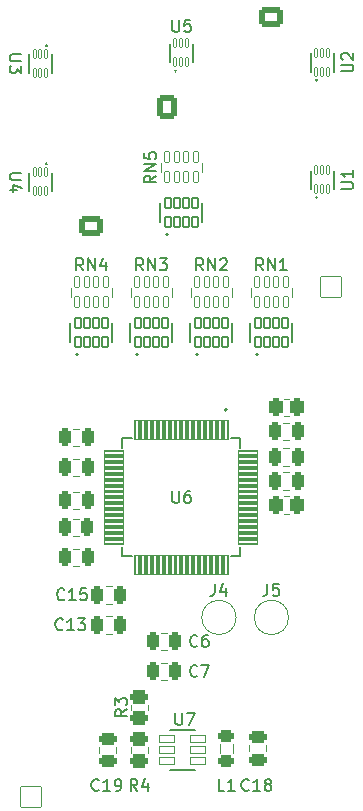
<source format=gbr>
G04 #@! TF.GenerationSoftware,KiCad,Pcbnew,8.0.8*
G04 #@! TF.CreationDate,2025-03-16T16:25:50-04:00*
G04 #@! TF.ProjectId,Combined_PCB,436f6d62-696e-4656-945f-5043422e6b69,1*
G04 #@! TF.SameCoordinates,Original*
G04 #@! TF.FileFunction,Legend,Top*
G04 #@! TF.FilePolarity,Positive*
%FSLAX46Y46*%
G04 Gerber Fmt 4.6, Leading zero omitted, Abs format (unit mm)*
G04 Created by KiCad (PCBNEW 8.0.8) date 2025-03-16 16:25:50*
%MOMM*%
%LPD*%
G01*
G04 APERTURE LIST*
G04 Aperture macros list*
%AMRoundRect*
0 Rectangle with rounded corners*
0 $1 Rounding radius*
0 $2 $3 $4 $5 $6 $7 $8 $9 X,Y pos of 4 corners*
0 Add a 4 corners polygon primitive as box body*
4,1,4,$2,$3,$4,$5,$6,$7,$8,$9,$2,$3,0*
0 Add four circle primitives for the rounded corners*
1,1,$1+$1,$2,$3*
1,1,$1+$1,$4,$5*
1,1,$1+$1,$6,$7*
1,1,$1+$1,$8,$9*
0 Add four rect primitives between the rounded corners*
20,1,$1+$1,$2,$3,$4,$5,0*
20,1,$1+$1,$4,$5,$6,$7,0*
20,1,$1+$1,$6,$7,$8,$9,0*
20,1,$1+$1,$8,$9,$2,$3,0*%
G04 Aperture macros list end*
%ADD10C,0.150000*%
%ADD11C,0.152400*%
%ADD12C,0.120000*%
%ADD13C,0.127000*%
%ADD14C,0.200000*%
%ADD15RoundRect,0.038000X0.099600X-0.352400X0.099600X0.352400X-0.099600X0.352400X-0.099600X-0.352400X0*%
%ADD16RoundRect,0.269000X0.494000X-0.269000X0.494000X0.269000X-0.494000X0.269000X-0.494000X-0.269000X0*%
%ADD17RoundRect,0.102000X0.230000X-0.445000X0.230000X0.445000X-0.230000X0.445000X-0.230000X-0.445000X0*%
%ADD18RoundRect,0.269000X0.269000X0.494000X-0.269000X0.494000X-0.269000X-0.494000X0.269000X-0.494000X0*%
%ADD19RoundRect,0.237750X0.400250X-0.237750X0.400250X0.237750X-0.400250X0.237750X-0.400250X-0.237750X0*%
%ADD20RoundRect,0.038000X0.200000X-0.450000X0.200000X0.450000X-0.200000X0.450000X-0.200000X-0.450000X0*%
%ADD21RoundRect,0.038000X-0.099600X0.352400X-0.099600X-0.352400X0.099600X-0.352400X0.099600X0.352400X0*%
%ADD22C,2.576000*%
%ADD23RoundRect,0.268536X-0.281964X-0.469464X0.281964X-0.469464X0.281964X0.469464X-0.281964X0.469464X0*%
%ADD24RoundRect,0.268536X0.469464X-0.281964X0.469464X0.281964X-0.469464X0.281964X-0.469464X-0.281964X0*%
%ADD25RoundRect,0.269000X-0.269000X-0.494000X0.269000X-0.494000X0.269000X0.494000X-0.269000X0.494000X0*%
%ADD26RoundRect,0.268536X-0.469464X0.281964X-0.469464X-0.281964X0.469464X-0.281964X0.469464X0.281964X0*%
%ADD27RoundRect,0.060500X-0.181500X0.821500X-0.181500X-0.821500X0.181500X-0.821500X0.181500X0.821500X0*%
%ADD28RoundRect,0.060500X-0.821500X0.181500X-0.821500X-0.181500X0.821500X-0.181500X0.821500X0.181500X0*%
%ADD29RoundRect,0.038000X0.660400X0.279400X-0.660400X0.279400X-0.660400X-0.279400X0.660400X-0.279400X0*%
%ADD30RoundRect,0.038000X-0.850000X-0.850000X0.850000X-0.850000X0.850000X0.850000X-0.850000X0.850000X0*%
%ADD31O,1.776000X1.776000*%
%ADD32RoundRect,0.261177X-0.626823X-0.776823X0.626823X-0.776823X0.626823X0.776823X-0.626823X0.776823X0*%
%ADD33O,1.776000X2.076000*%
%ADD34RoundRect,0.038000X0.850000X0.850000X-0.850000X0.850000X-0.850000X-0.850000X0.850000X-0.850000X0*%
%ADD35RoundRect,0.261177X-0.751823X0.626823X-0.751823X-0.626823X0.751823X-0.626823X0.751823X0.626823X0*%
%ADD36O,2.026000X1.776000*%
%ADD37RoundRect,0.261177X0.751823X-0.626823X0.751823X0.626823X-0.751823X0.626823X-0.751823X-0.626823X0*%
G04 APERTURE END LIST*
D10*
X132931819Y-29971904D02*
X133741342Y-29971904D01*
X133741342Y-29971904D02*
X133836580Y-29924285D01*
X133836580Y-29924285D02*
X133884200Y-29876666D01*
X133884200Y-29876666D02*
X133931819Y-29781428D01*
X133931819Y-29781428D02*
X133931819Y-29590952D01*
X133931819Y-29590952D02*
X133884200Y-29495714D01*
X133884200Y-29495714D02*
X133836580Y-29448095D01*
X133836580Y-29448095D02*
X133741342Y-29400476D01*
X133741342Y-29400476D02*
X132931819Y-29400476D01*
X133027057Y-28971904D02*
X132979438Y-28924285D01*
X132979438Y-28924285D02*
X132931819Y-28829047D01*
X132931819Y-28829047D02*
X132931819Y-28590952D01*
X132931819Y-28590952D02*
X132979438Y-28495714D01*
X132979438Y-28495714D02*
X133027057Y-28448095D01*
X133027057Y-28448095D02*
X133122295Y-28400476D01*
X133122295Y-28400476D02*
X133217533Y-28400476D01*
X133217533Y-28400476D02*
X133360390Y-28448095D01*
X133360390Y-28448095D02*
X133931819Y-29019523D01*
X133931819Y-29019523D02*
X133931819Y-28400476D01*
X112387142Y-90783580D02*
X112339523Y-90831200D01*
X112339523Y-90831200D02*
X112196666Y-90878819D01*
X112196666Y-90878819D02*
X112101428Y-90878819D01*
X112101428Y-90878819D02*
X111958571Y-90831200D01*
X111958571Y-90831200D02*
X111863333Y-90735961D01*
X111863333Y-90735961D02*
X111815714Y-90640723D01*
X111815714Y-90640723D02*
X111768095Y-90450247D01*
X111768095Y-90450247D02*
X111768095Y-90307390D01*
X111768095Y-90307390D02*
X111815714Y-90116914D01*
X111815714Y-90116914D02*
X111863333Y-90021676D01*
X111863333Y-90021676D02*
X111958571Y-89926438D01*
X111958571Y-89926438D02*
X112101428Y-89878819D01*
X112101428Y-89878819D02*
X112196666Y-89878819D01*
X112196666Y-89878819D02*
X112339523Y-89926438D01*
X112339523Y-89926438D02*
X112387142Y-89974057D01*
X113339523Y-90878819D02*
X112768095Y-90878819D01*
X113053809Y-90878819D02*
X113053809Y-89878819D01*
X113053809Y-89878819D02*
X112958571Y-90021676D01*
X112958571Y-90021676D02*
X112863333Y-90116914D01*
X112863333Y-90116914D02*
X112768095Y-90164533D01*
X113815714Y-90878819D02*
X114006190Y-90878819D01*
X114006190Y-90878819D02*
X114101428Y-90831200D01*
X114101428Y-90831200D02*
X114149047Y-90783580D01*
X114149047Y-90783580D02*
X114244285Y-90640723D01*
X114244285Y-90640723D02*
X114291904Y-90450247D01*
X114291904Y-90450247D02*
X114291904Y-90069295D01*
X114291904Y-90069295D02*
X114244285Y-89974057D01*
X114244285Y-89974057D02*
X114196666Y-89926438D01*
X114196666Y-89926438D02*
X114101428Y-89878819D01*
X114101428Y-89878819D02*
X113910952Y-89878819D01*
X113910952Y-89878819D02*
X113815714Y-89926438D01*
X113815714Y-89926438D02*
X113768095Y-89974057D01*
X113768095Y-89974057D02*
X113720476Y-90069295D01*
X113720476Y-90069295D02*
X113720476Y-90307390D01*
X113720476Y-90307390D02*
X113768095Y-90402628D01*
X113768095Y-90402628D02*
X113815714Y-90450247D01*
X113815714Y-90450247D02*
X113910952Y-90497866D01*
X113910952Y-90497866D02*
X114101428Y-90497866D01*
X114101428Y-90497866D02*
X114196666Y-90450247D01*
X114196666Y-90450247D02*
X114244285Y-90402628D01*
X114244285Y-90402628D02*
X114291904Y-90307390D01*
X123023333Y-90878819D02*
X122547143Y-90878819D01*
X122547143Y-90878819D02*
X122547143Y-89878819D01*
X123880476Y-90878819D02*
X123309048Y-90878819D01*
X123594762Y-90878819D02*
X123594762Y-89878819D01*
X123594762Y-89878819D02*
X123499524Y-90021676D01*
X123499524Y-90021676D02*
X123404286Y-90116914D01*
X123404286Y-90116914D02*
X123309048Y-90164533D01*
X121229523Y-46809819D02*
X120896190Y-46333628D01*
X120658095Y-46809819D02*
X120658095Y-45809819D01*
X120658095Y-45809819D02*
X121039047Y-45809819D01*
X121039047Y-45809819D02*
X121134285Y-45857438D01*
X121134285Y-45857438D02*
X121181904Y-45905057D01*
X121181904Y-45905057D02*
X121229523Y-46000295D01*
X121229523Y-46000295D02*
X121229523Y-46143152D01*
X121229523Y-46143152D02*
X121181904Y-46238390D01*
X121181904Y-46238390D02*
X121134285Y-46286009D01*
X121134285Y-46286009D02*
X121039047Y-46333628D01*
X121039047Y-46333628D02*
X120658095Y-46333628D01*
X121658095Y-46809819D02*
X121658095Y-45809819D01*
X121658095Y-45809819D02*
X122229523Y-46809819D01*
X122229523Y-46809819D02*
X122229523Y-45809819D01*
X122658095Y-45905057D02*
X122705714Y-45857438D01*
X122705714Y-45857438D02*
X122800952Y-45809819D01*
X122800952Y-45809819D02*
X123039047Y-45809819D01*
X123039047Y-45809819D02*
X123134285Y-45857438D01*
X123134285Y-45857438D02*
X123181904Y-45905057D01*
X123181904Y-45905057D02*
X123229523Y-46000295D01*
X123229523Y-46000295D02*
X123229523Y-46095533D01*
X123229523Y-46095533D02*
X123181904Y-46238390D01*
X123181904Y-46238390D02*
X122610476Y-46809819D01*
X122610476Y-46809819D02*
X123229523Y-46809819D01*
X105828180Y-38567694D02*
X105018657Y-38567694D01*
X105018657Y-38567694D02*
X104923419Y-38615313D01*
X104923419Y-38615313D02*
X104875800Y-38662932D01*
X104875800Y-38662932D02*
X104828180Y-38758170D01*
X104828180Y-38758170D02*
X104828180Y-38948646D01*
X104828180Y-38948646D02*
X104875800Y-39043884D01*
X104875800Y-39043884D02*
X104923419Y-39091503D01*
X104923419Y-39091503D02*
X105018657Y-39139122D01*
X105018657Y-39139122D02*
X105828180Y-39139122D01*
X105494847Y-40043884D02*
X104828180Y-40043884D01*
X105875800Y-39805789D02*
X105161514Y-39567694D01*
X105161514Y-39567694D02*
X105161514Y-40186741D01*
X118618095Y-25616819D02*
X118618095Y-26426342D01*
X118618095Y-26426342D02*
X118665714Y-26521580D01*
X118665714Y-26521580D02*
X118713333Y-26569200D01*
X118713333Y-26569200D02*
X118808571Y-26616819D01*
X118808571Y-26616819D02*
X118999047Y-26616819D01*
X118999047Y-26616819D02*
X119094285Y-26569200D01*
X119094285Y-26569200D02*
X119141904Y-26521580D01*
X119141904Y-26521580D02*
X119189523Y-26426342D01*
X119189523Y-26426342D02*
X119189523Y-25616819D01*
X120141904Y-25616819D02*
X119665714Y-25616819D01*
X119665714Y-25616819D02*
X119618095Y-26093009D01*
X119618095Y-26093009D02*
X119665714Y-26045390D01*
X119665714Y-26045390D02*
X119760952Y-25997771D01*
X119760952Y-25997771D02*
X119999047Y-25997771D01*
X119999047Y-25997771D02*
X120094285Y-26045390D01*
X120094285Y-26045390D02*
X120141904Y-26093009D01*
X120141904Y-26093009D02*
X120189523Y-26188247D01*
X120189523Y-26188247D02*
X120189523Y-26426342D01*
X120189523Y-26426342D02*
X120141904Y-26521580D01*
X120141904Y-26521580D02*
X120094285Y-26569200D01*
X120094285Y-26569200D02*
X119999047Y-26616819D01*
X119999047Y-26616819D02*
X119760952Y-26616819D01*
X119760952Y-26616819D02*
X119665714Y-26569200D01*
X119665714Y-26569200D02*
X119618095Y-26521580D01*
X125087142Y-90783580D02*
X125039523Y-90831200D01*
X125039523Y-90831200D02*
X124896666Y-90878819D01*
X124896666Y-90878819D02*
X124801428Y-90878819D01*
X124801428Y-90878819D02*
X124658571Y-90831200D01*
X124658571Y-90831200D02*
X124563333Y-90735961D01*
X124563333Y-90735961D02*
X124515714Y-90640723D01*
X124515714Y-90640723D02*
X124468095Y-90450247D01*
X124468095Y-90450247D02*
X124468095Y-90307390D01*
X124468095Y-90307390D02*
X124515714Y-90116914D01*
X124515714Y-90116914D02*
X124563333Y-90021676D01*
X124563333Y-90021676D02*
X124658571Y-89926438D01*
X124658571Y-89926438D02*
X124801428Y-89878819D01*
X124801428Y-89878819D02*
X124896666Y-89878819D01*
X124896666Y-89878819D02*
X125039523Y-89926438D01*
X125039523Y-89926438D02*
X125087142Y-89974057D01*
X126039523Y-90878819D02*
X125468095Y-90878819D01*
X125753809Y-90878819D02*
X125753809Y-89878819D01*
X125753809Y-89878819D02*
X125658571Y-90021676D01*
X125658571Y-90021676D02*
X125563333Y-90116914D01*
X125563333Y-90116914D02*
X125468095Y-90164533D01*
X126610952Y-90307390D02*
X126515714Y-90259771D01*
X126515714Y-90259771D02*
X126468095Y-90212152D01*
X126468095Y-90212152D02*
X126420476Y-90116914D01*
X126420476Y-90116914D02*
X126420476Y-90069295D01*
X126420476Y-90069295D02*
X126468095Y-89974057D01*
X126468095Y-89974057D02*
X126515714Y-89926438D01*
X126515714Y-89926438D02*
X126610952Y-89878819D01*
X126610952Y-89878819D02*
X126801428Y-89878819D01*
X126801428Y-89878819D02*
X126896666Y-89926438D01*
X126896666Y-89926438D02*
X126944285Y-89974057D01*
X126944285Y-89974057D02*
X126991904Y-90069295D01*
X126991904Y-90069295D02*
X126991904Y-90116914D01*
X126991904Y-90116914D02*
X126944285Y-90212152D01*
X126944285Y-90212152D02*
X126896666Y-90259771D01*
X126896666Y-90259771D02*
X126801428Y-90307390D01*
X126801428Y-90307390D02*
X126610952Y-90307390D01*
X126610952Y-90307390D02*
X126515714Y-90355009D01*
X126515714Y-90355009D02*
X126468095Y-90402628D01*
X126468095Y-90402628D02*
X126420476Y-90497866D01*
X126420476Y-90497866D02*
X126420476Y-90688342D01*
X126420476Y-90688342D02*
X126468095Y-90783580D01*
X126468095Y-90783580D02*
X126515714Y-90831200D01*
X126515714Y-90831200D02*
X126610952Y-90878819D01*
X126610952Y-90878819D02*
X126801428Y-90878819D01*
X126801428Y-90878819D02*
X126896666Y-90831200D01*
X126896666Y-90831200D02*
X126944285Y-90783580D01*
X126944285Y-90783580D02*
X126991904Y-90688342D01*
X126991904Y-90688342D02*
X126991904Y-90497866D01*
X126991904Y-90497866D02*
X126944285Y-90402628D01*
X126944285Y-90402628D02*
X126896666Y-90355009D01*
X126896666Y-90355009D02*
X126801428Y-90307390D01*
X122221666Y-73368819D02*
X122221666Y-74083104D01*
X122221666Y-74083104D02*
X122174047Y-74225961D01*
X122174047Y-74225961D02*
X122078809Y-74321200D01*
X122078809Y-74321200D02*
X121935952Y-74368819D01*
X121935952Y-74368819D02*
X121840714Y-74368819D01*
X123126428Y-73702152D02*
X123126428Y-74368819D01*
X122888333Y-73321200D02*
X122650238Y-74035485D01*
X122650238Y-74035485D02*
X123269285Y-74035485D01*
X114754819Y-83986666D02*
X114278628Y-84319999D01*
X114754819Y-84558094D02*
X113754819Y-84558094D01*
X113754819Y-84558094D02*
X113754819Y-84177142D01*
X113754819Y-84177142D02*
X113802438Y-84081904D01*
X113802438Y-84081904D02*
X113850057Y-84034285D01*
X113850057Y-84034285D02*
X113945295Y-83986666D01*
X113945295Y-83986666D02*
X114088152Y-83986666D01*
X114088152Y-83986666D02*
X114183390Y-84034285D01*
X114183390Y-84034285D02*
X114231009Y-84081904D01*
X114231009Y-84081904D02*
X114278628Y-84177142D01*
X114278628Y-84177142D02*
X114278628Y-84558094D01*
X113754819Y-83653332D02*
X113754819Y-83034285D01*
X113754819Y-83034285D02*
X114135771Y-83367618D01*
X114135771Y-83367618D02*
X114135771Y-83224761D01*
X114135771Y-83224761D02*
X114183390Y-83129523D01*
X114183390Y-83129523D02*
X114231009Y-83081904D01*
X114231009Y-83081904D02*
X114326247Y-83034285D01*
X114326247Y-83034285D02*
X114564342Y-83034285D01*
X114564342Y-83034285D02*
X114659580Y-83081904D01*
X114659580Y-83081904D02*
X114707200Y-83129523D01*
X114707200Y-83129523D02*
X114754819Y-83224761D01*
X114754819Y-83224761D02*
X114754819Y-83510475D01*
X114754819Y-83510475D02*
X114707200Y-83605713D01*
X114707200Y-83605713D02*
X114659580Y-83653332D01*
X111069523Y-46809819D02*
X110736190Y-46333628D01*
X110498095Y-46809819D02*
X110498095Y-45809819D01*
X110498095Y-45809819D02*
X110879047Y-45809819D01*
X110879047Y-45809819D02*
X110974285Y-45857438D01*
X110974285Y-45857438D02*
X111021904Y-45905057D01*
X111021904Y-45905057D02*
X111069523Y-46000295D01*
X111069523Y-46000295D02*
X111069523Y-46143152D01*
X111069523Y-46143152D02*
X111021904Y-46238390D01*
X111021904Y-46238390D02*
X110974285Y-46286009D01*
X110974285Y-46286009D02*
X110879047Y-46333628D01*
X110879047Y-46333628D02*
X110498095Y-46333628D01*
X111498095Y-46809819D02*
X111498095Y-45809819D01*
X111498095Y-45809819D02*
X112069523Y-46809819D01*
X112069523Y-46809819D02*
X112069523Y-45809819D01*
X112974285Y-46143152D02*
X112974285Y-46809819D01*
X112736190Y-45762200D02*
X112498095Y-46476485D01*
X112498095Y-46476485D02*
X113117142Y-46476485D01*
X126666666Y-73368819D02*
X126666666Y-74083104D01*
X126666666Y-74083104D02*
X126619047Y-74225961D01*
X126619047Y-74225961D02*
X126523809Y-74321200D01*
X126523809Y-74321200D02*
X126380952Y-74368819D01*
X126380952Y-74368819D02*
X126285714Y-74368819D01*
X127619047Y-73368819D02*
X127142857Y-73368819D01*
X127142857Y-73368819D02*
X127095238Y-73845009D01*
X127095238Y-73845009D02*
X127142857Y-73797390D01*
X127142857Y-73797390D02*
X127238095Y-73749771D01*
X127238095Y-73749771D02*
X127476190Y-73749771D01*
X127476190Y-73749771D02*
X127571428Y-73797390D01*
X127571428Y-73797390D02*
X127619047Y-73845009D01*
X127619047Y-73845009D02*
X127666666Y-73940247D01*
X127666666Y-73940247D02*
X127666666Y-74178342D01*
X127666666Y-74178342D02*
X127619047Y-74273580D01*
X127619047Y-74273580D02*
X127571428Y-74321200D01*
X127571428Y-74321200D02*
X127476190Y-74368819D01*
X127476190Y-74368819D02*
X127238095Y-74368819D01*
X127238095Y-74368819D02*
X127142857Y-74321200D01*
X127142857Y-74321200D02*
X127095238Y-74273580D01*
X120737333Y-81131580D02*
X120689714Y-81179200D01*
X120689714Y-81179200D02*
X120546857Y-81226819D01*
X120546857Y-81226819D02*
X120451619Y-81226819D01*
X120451619Y-81226819D02*
X120308762Y-81179200D01*
X120308762Y-81179200D02*
X120213524Y-81083961D01*
X120213524Y-81083961D02*
X120165905Y-80988723D01*
X120165905Y-80988723D02*
X120118286Y-80798247D01*
X120118286Y-80798247D02*
X120118286Y-80655390D01*
X120118286Y-80655390D02*
X120165905Y-80464914D01*
X120165905Y-80464914D02*
X120213524Y-80369676D01*
X120213524Y-80369676D02*
X120308762Y-80274438D01*
X120308762Y-80274438D02*
X120451619Y-80226819D01*
X120451619Y-80226819D02*
X120546857Y-80226819D01*
X120546857Y-80226819D02*
X120689714Y-80274438D01*
X120689714Y-80274438D02*
X120737333Y-80322057D01*
X121070667Y-80226819D02*
X121737333Y-80226819D01*
X121737333Y-80226819D02*
X121308762Y-81226819D01*
X115657333Y-90878819D02*
X115324000Y-90402628D01*
X115085905Y-90878819D02*
X115085905Y-89878819D01*
X115085905Y-89878819D02*
X115466857Y-89878819D01*
X115466857Y-89878819D02*
X115562095Y-89926438D01*
X115562095Y-89926438D02*
X115609714Y-89974057D01*
X115609714Y-89974057D02*
X115657333Y-90069295D01*
X115657333Y-90069295D02*
X115657333Y-90212152D01*
X115657333Y-90212152D02*
X115609714Y-90307390D01*
X115609714Y-90307390D02*
X115562095Y-90355009D01*
X115562095Y-90355009D02*
X115466857Y-90402628D01*
X115466857Y-90402628D02*
X115085905Y-90402628D01*
X116514476Y-90212152D02*
X116514476Y-90878819D01*
X116276381Y-89831200D02*
X116038286Y-90545485D01*
X116038286Y-90545485D02*
X116657333Y-90545485D01*
X126309523Y-46809819D02*
X125976190Y-46333628D01*
X125738095Y-46809819D02*
X125738095Y-45809819D01*
X125738095Y-45809819D02*
X126119047Y-45809819D01*
X126119047Y-45809819D02*
X126214285Y-45857438D01*
X126214285Y-45857438D02*
X126261904Y-45905057D01*
X126261904Y-45905057D02*
X126309523Y-46000295D01*
X126309523Y-46000295D02*
X126309523Y-46143152D01*
X126309523Y-46143152D02*
X126261904Y-46238390D01*
X126261904Y-46238390D02*
X126214285Y-46286009D01*
X126214285Y-46286009D02*
X126119047Y-46333628D01*
X126119047Y-46333628D02*
X125738095Y-46333628D01*
X126738095Y-46809819D02*
X126738095Y-45809819D01*
X126738095Y-45809819D02*
X127309523Y-46809819D01*
X127309523Y-46809819D02*
X127309523Y-45809819D01*
X128309523Y-46809819D02*
X127738095Y-46809819D01*
X128023809Y-46809819D02*
X128023809Y-45809819D01*
X128023809Y-45809819D02*
X127928571Y-45952676D01*
X127928571Y-45952676D02*
X127833333Y-46047914D01*
X127833333Y-46047914D02*
X127738095Y-46095533D01*
X109339142Y-77194580D02*
X109291523Y-77242200D01*
X109291523Y-77242200D02*
X109148666Y-77289819D01*
X109148666Y-77289819D02*
X109053428Y-77289819D01*
X109053428Y-77289819D02*
X108910571Y-77242200D01*
X108910571Y-77242200D02*
X108815333Y-77146961D01*
X108815333Y-77146961D02*
X108767714Y-77051723D01*
X108767714Y-77051723D02*
X108720095Y-76861247D01*
X108720095Y-76861247D02*
X108720095Y-76718390D01*
X108720095Y-76718390D02*
X108767714Y-76527914D01*
X108767714Y-76527914D02*
X108815333Y-76432676D01*
X108815333Y-76432676D02*
X108910571Y-76337438D01*
X108910571Y-76337438D02*
X109053428Y-76289819D01*
X109053428Y-76289819D02*
X109148666Y-76289819D01*
X109148666Y-76289819D02*
X109291523Y-76337438D01*
X109291523Y-76337438D02*
X109339142Y-76385057D01*
X110291523Y-77289819D02*
X109720095Y-77289819D01*
X110005809Y-77289819D02*
X110005809Y-76289819D01*
X110005809Y-76289819D02*
X109910571Y-76432676D01*
X109910571Y-76432676D02*
X109815333Y-76527914D01*
X109815333Y-76527914D02*
X109720095Y-76575533D01*
X110624857Y-76289819D02*
X111243904Y-76289819D01*
X111243904Y-76289819D02*
X110910571Y-76670771D01*
X110910571Y-76670771D02*
X111053428Y-76670771D01*
X111053428Y-76670771D02*
X111148666Y-76718390D01*
X111148666Y-76718390D02*
X111196285Y-76766009D01*
X111196285Y-76766009D02*
X111243904Y-76861247D01*
X111243904Y-76861247D02*
X111243904Y-77099342D01*
X111243904Y-77099342D02*
X111196285Y-77194580D01*
X111196285Y-77194580D02*
X111148666Y-77242200D01*
X111148666Y-77242200D02*
X111053428Y-77289819D01*
X111053428Y-77289819D02*
X110767714Y-77289819D01*
X110767714Y-77289819D02*
X110672476Y-77242200D01*
X110672476Y-77242200D02*
X110624857Y-77194580D01*
X109466142Y-74654580D02*
X109418523Y-74702200D01*
X109418523Y-74702200D02*
X109275666Y-74749819D01*
X109275666Y-74749819D02*
X109180428Y-74749819D01*
X109180428Y-74749819D02*
X109037571Y-74702200D01*
X109037571Y-74702200D02*
X108942333Y-74606961D01*
X108942333Y-74606961D02*
X108894714Y-74511723D01*
X108894714Y-74511723D02*
X108847095Y-74321247D01*
X108847095Y-74321247D02*
X108847095Y-74178390D01*
X108847095Y-74178390D02*
X108894714Y-73987914D01*
X108894714Y-73987914D02*
X108942333Y-73892676D01*
X108942333Y-73892676D02*
X109037571Y-73797438D01*
X109037571Y-73797438D02*
X109180428Y-73749819D01*
X109180428Y-73749819D02*
X109275666Y-73749819D01*
X109275666Y-73749819D02*
X109418523Y-73797438D01*
X109418523Y-73797438D02*
X109466142Y-73845057D01*
X110418523Y-74749819D02*
X109847095Y-74749819D01*
X110132809Y-74749819D02*
X110132809Y-73749819D01*
X110132809Y-73749819D02*
X110037571Y-73892676D01*
X110037571Y-73892676D02*
X109942333Y-73987914D01*
X109942333Y-73987914D02*
X109847095Y-74035533D01*
X111323285Y-73749819D02*
X110847095Y-73749819D01*
X110847095Y-73749819D02*
X110799476Y-74226009D01*
X110799476Y-74226009D02*
X110847095Y-74178390D01*
X110847095Y-74178390D02*
X110942333Y-74130771D01*
X110942333Y-74130771D02*
X111180428Y-74130771D01*
X111180428Y-74130771D02*
X111275666Y-74178390D01*
X111275666Y-74178390D02*
X111323285Y-74226009D01*
X111323285Y-74226009D02*
X111370904Y-74321247D01*
X111370904Y-74321247D02*
X111370904Y-74559342D01*
X111370904Y-74559342D02*
X111323285Y-74654580D01*
X111323285Y-74654580D02*
X111275666Y-74702200D01*
X111275666Y-74702200D02*
X111180428Y-74749819D01*
X111180428Y-74749819D02*
X110942333Y-74749819D01*
X110942333Y-74749819D02*
X110847095Y-74702200D01*
X110847095Y-74702200D02*
X110799476Y-74654580D01*
X118618095Y-65494819D02*
X118618095Y-66304342D01*
X118618095Y-66304342D02*
X118665714Y-66399580D01*
X118665714Y-66399580D02*
X118713333Y-66447200D01*
X118713333Y-66447200D02*
X118808571Y-66494819D01*
X118808571Y-66494819D02*
X118999047Y-66494819D01*
X118999047Y-66494819D02*
X119094285Y-66447200D01*
X119094285Y-66447200D02*
X119141904Y-66399580D01*
X119141904Y-66399580D02*
X119189523Y-66304342D01*
X119189523Y-66304342D02*
X119189523Y-65494819D01*
X120094285Y-65494819D02*
X119903809Y-65494819D01*
X119903809Y-65494819D02*
X119808571Y-65542438D01*
X119808571Y-65542438D02*
X119760952Y-65590057D01*
X119760952Y-65590057D02*
X119665714Y-65732914D01*
X119665714Y-65732914D02*
X119618095Y-65923390D01*
X119618095Y-65923390D02*
X119618095Y-66304342D01*
X119618095Y-66304342D02*
X119665714Y-66399580D01*
X119665714Y-66399580D02*
X119713333Y-66447200D01*
X119713333Y-66447200D02*
X119808571Y-66494819D01*
X119808571Y-66494819D02*
X119999047Y-66494819D01*
X119999047Y-66494819D02*
X120094285Y-66447200D01*
X120094285Y-66447200D02*
X120141904Y-66399580D01*
X120141904Y-66399580D02*
X120189523Y-66304342D01*
X120189523Y-66304342D02*
X120189523Y-66066247D01*
X120189523Y-66066247D02*
X120141904Y-65971009D01*
X120141904Y-65971009D02*
X120094285Y-65923390D01*
X120094285Y-65923390D02*
X119999047Y-65875771D01*
X119999047Y-65875771D02*
X119808571Y-65875771D01*
X119808571Y-65875771D02*
X119713333Y-65923390D01*
X119713333Y-65923390D02*
X119665714Y-65971009D01*
X119665714Y-65971009D02*
X119618095Y-66066247D01*
X117234819Y-38790476D02*
X116758628Y-39123809D01*
X117234819Y-39361904D02*
X116234819Y-39361904D01*
X116234819Y-39361904D02*
X116234819Y-38980952D01*
X116234819Y-38980952D02*
X116282438Y-38885714D01*
X116282438Y-38885714D02*
X116330057Y-38838095D01*
X116330057Y-38838095D02*
X116425295Y-38790476D01*
X116425295Y-38790476D02*
X116568152Y-38790476D01*
X116568152Y-38790476D02*
X116663390Y-38838095D01*
X116663390Y-38838095D02*
X116711009Y-38885714D01*
X116711009Y-38885714D02*
X116758628Y-38980952D01*
X116758628Y-38980952D02*
X116758628Y-39361904D01*
X117234819Y-38361904D02*
X116234819Y-38361904D01*
X116234819Y-38361904D02*
X117234819Y-37790476D01*
X117234819Y-37790476D02*
X116234819Y-37790476D01*
X116234819Y-36838095D02*
X116234819Y-37314285D01*
X116234819Y-37314285D02*
X116711009Y-37361904D01*
X116711009Y-37361904D02*
X116663390Y-37314285D01*
X116663390Y-37314285D02*
X116615771Y-37219047D01*
X116615771Y-37219047D02*
X116615771Y-36980952D01*
X116615771Y-36980952D02*
X116663390Y-36885714D01*
X116663390Y-36885714D02*
X116711009Y-36838095D01*
X116711009Y-36838095D02*
X116806247Y-36790476D01*
X116806247Y-36790476D02*
X117044342Y-36790476D01*
X117044342Y-36790476D02*
X117139580Y-36838095D01*
X117139580Y-36838095D02*
X117187200Y-36885714D01*
X117187200Y-36885714D02*
X117234819Y-36980952D01*
X117234819Y-36980952D02*
X117234819Y-37219047D01*
X117234819Y-37219047D02*
X117187200Y-37314285D01*
X117187200Y-37314285D02*
X117139580Y-37361904D01*
X116149523Y-46809819D02*
X115816190Y-46333628D01*
X115578095Y-46809819D02*
X115578095Y-45809819D01*
X115578095Y-45809819D02*
X115959047Y-45809819D01*
X115959047Y-45809819D02*
X116054285Y-45857438D01*
X116054285Y-45857438D02*
X116101904Y-45905057D01*
X116101904Y-45905057D02*
X116149523Y-46000295D01*
X116149523Y-46000295D02*
X116149523Y-46143152D01*
X116149523Y-46143152D02*
X116101904Y-46238390D01*
X116101904Y-46238390D02*
X116054285Y-46286009D01*
X116054285Y-46286009D02*
X115959047Y-46333628D01*
X115959047Y-46333628D02*
X115578095Y-46333628D01*
X116578095Y-46809819D02*
X116578095Y-45809819D01*
X116578095Y-45809819D02*
X117149523Y-46809819D01*
X117149523Y-46809819D02*
X117149523Y-45809819D01*
X117530476Y-45809819D02*
X118149523Y-45809819D01*
X118149523Y-45809819D02*
X117816190Y-46190771D01*
X117816190Y-46190771D02*
X117959047Y-46190771D01*
X117959047Y-46190771D02*
X118054285Y-46238390D01*
X118054285Y-46238390D02*
X118101904Y-46286009D01*
X118101904Y-46286009D02*
X118149523Y-46381247D01*
X118149523Y-46381247D02*
X118149523Y-46619342D01*
X118149523Y-46619342D02*
X118101904Y-46714580D01*
X118101904Y-46714580D02*
X118054285Y-46762200D01*
X118054285Y-46762200D02*
X117959047Y-46809819D01*
X117959047Y-46809819D02*
X117673333Y-46809819D01*
X117673333Y-46809819D02*
X117578095Y-46762200D01*
X117578095Y-46762200D02*
X117530476Y-46714580D01*
X132931819Y-39918305D02*
X133741342Y-39918305D01*
X133741342Y-39918305D02*
X133836580Y-39870686D01*
X133836580Y-39870686D02*
X133884200Y-39823067D01*
X133884200Y-39823067D02*
X133931819Y-39727829D01*
X133931819Y-39727829D02*
X133931819Y-39537353D01*
X133931819Y-39537353D02*
X133884200Y-39442115D01*
X133884200Y-39442115D02*
X133836580Y-39394496D01*
X133836580Y-39394496D02*
X133741342Y-39346877D01*
X133741342Y-39346877D02*
X132931819Y-39346877D01*
X133931819Y-38346877D02*
X133931819Y-38918305D01*
X133931819Y-38632591D02*
X132931819Y-38632591D01*
X132931819Y-38632591D02*
X133074676Y-38727829D01*
X133074676Y-38727829D02*
X133169914Y-38823067D01*
X133169914Y-38823067D02*
X133217533Y-38918305D01*
X120737333Y-78591580D02*
X120689714Y-78639200D01*
X120689714Y-78639200D02*
X120546857Y-78686819D01*
X120546857Y-78686819D02*
X120451619Y-78686819D01*
X120451619Y-78686819D02*
X120308762Y-78639200D01*
X120308762Y-78639200D02*
X120213524Y-78543961D01*
X120213524Y-78543961D02*
X120165905Y-78448723D01*
X120165905Y-78448723D02*
X120118286Y-78258247D01*
X120118286Y-78258247D02*
X120118286Y-78115390D01*
X120118286Y-78115390D02*
X120165905Y-77924914D01*
X120165905Y-77924914D02*
X120213524Y-77829676D01*
X120213524Y-77829676D02*
X120308762Y-77734438D01*
X120308762Y-77734438D02*
X120451619Y-77686819D01*
X120451619Y-77686819D02*
X120546857Y-77686819D01*
X120546857Y-77686819D02*
X120689714Y-77734438D01*
X120689714Y-77734438D02*
X120737333Y-77782057D01*
X121594476Y-77686819D02*
X121404000Y-77686819D01*
X121404000Y-77686819D02*
X121308762Y-77734438D01*
X121308762Y-77734438D02*
X121261143Y-77782057D01*
X121261143Y-77782057D02*
X121165905Y-77924914D01*
X121165905Y-77924914D02*
X121118286Y-78115390D01*
X121118286Y-78115390D02*
X121118286Y-78496342D01*
X121118286Y-78496342D02*
X121165905Y-78591580D01*
X121165905Y-78591580D02*
X121213524Y-78639200D01*
X121213524Y-78639200D02*
X121308762Y-78686819D01*
X121308762Y-78686819D02*
X121499238Y-78686819D01*
X121499238Y-78686819D02*
X121594476Y-78639200D01*
X121594476Y-78639200D02*
X121642095Y-78591580D01*
X121642095Y-78591580D02*
X121689714Y-78496342D01*
X121689714Y-78496342D02*
X121689714Y-78258247D01*
X121689714Y-78258247D02*
X121642095Y-78163009D01*
X121642095Y-78163009D02*
X121594476Y-78115390D01*
X121594476Y-78115390D02*
X121499238Y-78067771D01*
X121499238Y-78067771D02*
X121308762Y-78067771D01*
X121308762Y-78067771D02*
X121213524Y-78115390D01*
X121213524Y-78115390D02*
X121165905Y-78163009D01*
X121165905Y-78163009D02*
X121118286Y-78258247D01*
X118872095Y-84290819D02*
X118872095Y-85100342D01*
X118872095Y-85100342D02*
X118919714Y-85195580D01*
X118919714Y-85195580D02*
X118967333Y-85243200D01*
X118967333Y-85243200D02*
X119062571Y-85290819D01*
X119062571Y-85290819D02*
X119253047Y-85290819D01*
X119253047Y-85290819D02*
X119348285Y-85243200D01*
X119348285Y-85243200D02*
X119395904Y-85195580D01*
X119395904Y-85195580D02*
X119443523Y-85100342D01*
X119443523Y-85100342D02*
X119443523Y-84290819D01*
X119824476Y-84290819D02*
X120491142Y-84290819D01*
X120491142Y-84290819D02*
X120062571Y-85290819D01*
X105828180Y-28534694D02*
X105018657Y-28534694D01*
X105018657Y-28534694D02*
X104923419Y-28582313D01*
X104923419Y-28582313D02*
X104875800Y-28629932D01*
X104875800Y-28629932D02*
X104828180Y-28725170D01*
X104828180Y-28725170D02*
X104828180Y-28915646D01*
X104828180Y-28915646D02*
X104875800Y-29010884D01*
X104875800Y-29010884D02*
X104923419Y-29058503D01*
X104923419Y-29058503D02*
X105018657Y-29106122D01*
X105018657Y-29106122D02*
X105828180Y-29106122D01*
X105828180Y-29487075D02*
X105828180Y-30106122D01*
X105828180Y-30106122D02*
X105447228Y-29772789D01*
X105447228Y-29772789D02*
X105447228Y-29915646D01*
X105447228Y-29915646D02*
X105399609Y-30010884D01*
X105399609Y-30010884D02*
X105351990Y-30058503D01*
X105351990Y-30058503D02*
X105256752Y-30106122D01*
X105256752Y-30106122D02*
X105018657Y-30106122D01*
X105018657Y-30106122D02*
X104923419Y-30058503D01*
X104923419Y-30058503D02*
X104875800Y-30010884D01*
X104875800Y-30010884D02*
X104828180Y-29915646D01*
X104828180Y-29915646D02*
X104828180Y-29629932D01*
X104828180Y-29629932D02*
X104875800Y-29534694D01*
X104875800Y-29534694D02*
X104923419Y-29487075D01*
D11*
X130332999Y-28433000D02*
X130332999Y-29987000D01*
X132286999Y-29987000D02*
X132286999Y-28433000D01*
X130883828Y-30697541D02*
G75*
G02*
X130736170Y-30697541I-73829J-18859D01*
G01*
D12*
X112389000Y-87693752D02*
X112389000Y-87171248D01*
X113859000Y-87693752D02*
X113859000Y-87171248D01*
D13*
X109980000Y-52870000D02*
X109980000Y-51270000D01*
X113540000Y-52870000D02*
X113540000Y-51270000D01*
D14*
X110660000Y-53945000D02*
G75*
G02*
X110460000Y-53945000I-100000J0D01*
G01*
X110460000Y-53945000D02*
G75*
G02*
X110660000Y-53945000I100000J0D01*
G01*
D12*
X110697504Y-67845000D02*
X110175000Y-67845000D01*
X110697504Y-69315000D02*
X110175000Y-69315000D01*
X122630000Y-87681622D02*
X122630000Y-86882378D01*
X123750000Y-87681622D02*
X123750000Y-86882378D01*
X120200000Y-48280000D02*
X120200000Y-49080000D01*
X123640000Y-48280000D02*
X123640000Y-49080000D01*
D11*
X106473001Y-38552599D02*
X106473001Y-40106599D01*
X108427001Y-40106599D02*
X108427001Y-38552599D01*
X107876172Y-37842058D02*
G75*
G02*
X108023830Y-37842058I73829J18859D01*
G01*
X118403000Y-27630599D02*
X118403000Y-29184599D01*
X120357000Y-29184599D02*
X120357000Y-27630599D01*
X118953829Y-29895140D02*
G75*
G02*
X118806171Y-29895140I-73829J-18859D01*
G01*
D12*
X125089000Y-87543252D02*
X125089000Y-87020748D01*
X126559000Y-87543252D02*
X126559000Y-87020748D01*
X124005000Y-76200000D02*
G75*
G02*
X121105000Y-76200000I-1450000J0D01*
G01*
X121105000Y-76200000D02*
G75*
G02*
X124005000Y-76200000I1450000J0D01*
G01*
X128042936Y-65940000D02*
X128497064Y-65940000D01*
X128042936Y-67410000D02*
X128497064Y-67410000D01*
X110751252Y-65559000D02*
X110228748Y-65559000D01*
X110751252Y-67029000D02*
X110228748Y-67029000D01*
X115089000Y-84047064D02*
X115089000Y-83592936D01*
X116559000Y-84047064D02*
X116559000Y-83592936D01*
X110040000Y-48280000D02*
X110040000Y-49080000D01*
X113480000Y-48280000D02*
X113480000Y-49080000D01*
X128450000Y-76200000D02*
G75*
G02*
X125550000Y-76200000I-1450000J0D01*
G01*
X125550000Y-76200000D02*
G75*
G02*
X128450000Y-76200000I1450000J0D01*
G01*
X117655748Y-80037000D02*
X118178252Y-80037000D01*
X117655748Y-81507000D02*
X118178252Y-81507000D01*
D13*
X125220000Y-52870000D02*
X125220000Y-51270000D01*
X128780000Y-52870000D02*
X128780000Y-51270000D01*
D14*
X125900000Y-53945000D02*
G75*
G02*
X125700000Y-53945000I-100000J0D01*
G01*
X125700000Y-53945000D02*
G75*
G02*
X125900000Y-53945000I100000J0D01*
G01*
D12*
X115089000Y-87205436D02*
X115089000Y-87659564D01*
X116559000Y-87205436D02*
X116559000Y-87659564D01*
D13*
X117600000Y-42710000D02*
X117600000Y-41110000D01*
X121160000Y-42710000D02*
X121160000Y-41110000D01*
D14*
X118280000Y-43785000D02*
G75*
G02*
X118080000Y-43785000I-100000J0D01*
G01*
X118080000Y-43785000D02*
G75*
G02*
X118280000Y-43785000I100000J0D01*
G01*
D12*
X128008748Y-63908000D02*
X128531252Y-63908000D01*
X128008748Y-65378000D02*
X128531252Y-65378000D01*
X125280000Y-48280000D02*
X125280000Y-49080000D01*
X128720000Y-48280000D02*
X128720000Y-49080000D01*
X110751252Y-60225000D02*
X110228748Y-60225000D01*
X110751252Y-61695000D02*
X110228748Y-61695000D01*
X113484252Y-76100000D02*
X112961748Y-76100000D01*
X113484252Y-77570000D02*
X112961748Y-77570000D01*
D13*
X120140000Y-52870000D02*
X120140000Y-51270000D01*
X123700000Y-52870000D02*
X123700000Y-51270000D01*
D14*
X120820000Y-53945000D02*
G75*
G02*
X120620000Y-53945000I-100000J0D01*
G01*
X120620000Y-53945000D02*
G75*
G02*
X120820000Y-53945000I100000J0D01*
G01*
D12*
X113484252Y-73560000D02*
X112961748Y-73560000D01*
X113484252Y-75030000D02*
X112961748Y-75030000D01*
X110751252Y-70385000D02*
X110228748Y-70385000D01*
X110751252Y-71855000D02*
X110228748Y-71855000D01*
D13*
X114380000Y-61040000D02*
X114380000Y-61830000D01*
X114380000Y-61040000D02*
X115170000Y-61040000D01*
X114380000Y-71040000D02*
X114380000Y-70250000D01*
X114380000Y-71040000D02*
X115170000Y-71040000D01*
X124380000Y-61040000D02*
X123590000Y-61040000D01*
X124380000Y-61040000D02*
X124380000Y-61830000D01*
X124380000Y-71040000D02*
X123590000Y-71040000D01*
X124380000Y-71040000D02*
X124380000Y-70250000D01*
D14*
X123230000Y-58600000D02*
G75*
G02*
X123030000Y-58600000I-100000J0D01*
G01*
X123030000Y-58600000D02*
G75*
G02*
X123230000Y-58600000I100000J0D01*
G01*
D12*
X117660000Y-37700000D02*
X117660000Y-38500000D01*
X121100000Y-37700000D02*
X121100000Y-38500000D01*
D13*
X115060000Y-52870000D02*
X115060000Y-51270000D01*
X118620000Y-52870000D02*
X118620000Y-51270000D01*
D14*
X115740000Y-53945000D02*
G75*
G02*
X115540000Y-53945000I-100000J0D01*
G01*
X115540000Y-53945000D02*
G75*
G02*
X115740000Y-53945000I100000J0D01*
G01*
D12*
X115120000Y-48280000D02*
X115120000Y-49080000D01*
X118560000Y-48280000D02*
X118560000Y-49080000D01*
X110751252Y-62765000D02*
X110228748Y-62765000D01*
X110751252Y-64235000D02*
X110228748Y-64235000D01*
D11*
X130332999Y-38379401D02*
X130332999Y-39933401D01*
X132286999Y-39933401D02*
X132286999Y-38379401D01*
X130883828Y-40643942D02*
G75*
G02*
X130736170Y-40643942I-73829J-18859D01*
G01*
D12*
X128531252Y-61876000D02*
X128008748Y-61876000D01*
X128531252Y-63346000D02*
X128008748Y-63346000D01*
X117655748Y-77497000D02*
X118178252Y-77497000D01*
X117655748Y-78967000D02*
X118178252Y-78967000D01*
X128531252Y-59717000D02*
X128008748Y-59717000D01*
X128531252Y-61187000D02*
X128008748Y-61187000D01*
X128042936Y-57685000D02*
X128497064Y-57685000D01*
X128042936Y-59155000D02*
X128497064Y-59155000D01*
D11*
X118445300Y-89085400D02*
X120502700Y-89085400D01*
X120502700Y-85732600D02*
X118445300Y-85732600D01*
X106473001Y-28519599D02*
X106473001Y-30073599D01*
X108427001Y-30073599D02*
X108427001Y-28519599D01*
X107876172Y-27809058D02*
G75*
G02*
X108023830Y-27809058I73829J18859D01*
G01*
%LPC*%
D15*
X130810000Y-30012401D03*
X131309999Y-30012401D03*
X131809998Y-30012401D03*
X131809998Y-28407599D03*
X131309999Y-28407599D03*
X130810000Y-28407599D03*
D16*
X113124000Y-88382500D03*
X113124000Y-86482500D03*
D17*
X110620000Y-52895000D03*
X111380000Y-52895000D03*
X112140000Y-52895000D03*
X112900000Y-52895000D03*
X112900000Y-51245000D03*
X112140000Y-51245000D03*
X111380000Y-51245000D03*
X110620000Y-51245000D03*
D18*
X111386252Y-68580000D03*
X109486252Y-68580000D03*
D19*
X123190000Y-88344500D03*
X123190000Y-86219500D03*
D20*
X120720000Y-49530000D03*
X121520000Y-49530000D03*
X122320000Y-49530000D03*
X123120000Y-49530000D03*
X123120000Y-47830000D03*
X122320000Y-47830000D03*
X121520000Y-47830000D03*
X120720000Y-47830000D03*
D21*
X107950000Y-38527198D03*
X107450001Y-38527198D03*
X106950002Y-38527198D03*
X106950002Y-40132000D03*
X107450001Y-40132000D03*
X107950000Y-40132000D03*
D15*
X118880001Y-29210000D03*
X119380000Y-29210000D03*
X119879999Y-29210000D03*
X119879999Y-27605198D03*
X119380000Y-27605198D03*
X118880001Y-27605198D03*
D16*
X125824000Y-88232000D03*
X125824000Y-86332000D03*
D22*
X122555000Y-76200000D03*
D23*
X127357500Y-66675000D03*
X129182500Y-66675000D03*
D18*
X111440000Y-66294000D03*
X109540000Y-66294000D03*
D24*
X115824000Y-84732500D03*
X115824000Y-82907500D03*
D20*
X110560000Y-49530000D03*
X111360000Y-49530000D03*
X112160000Y-49530000D03*
X112960000Y-49530000D03*
X112960000Y-47830000D03*
X112160000Y-47830000D03*
X111360000Y-47830000D03*
X110560000Y-47830000D03*
D22*
X127000000Y-76200000D03*
D25*
X116967000Y-80772000D03*
X118867000Y-80772000D03*
D17*
X125860000Y-52895000D03*
X126620000Y-52895000D03*
X127380000Y-52895000D03*
X128140000Y-52895000D03*
X128140000Y-51245000D03*
X127380000Y-51245000D03*
X126620000Y-51245000D03*
X125860000Y-51245000D03*
D26*
X115824000Y-86520000D03*
X115824000Y-88345000D03*
D17*
X118240000Y-42735000D03*
X119000000Y-42735000D03*
X119760000Y-42735000D03*
X120520000Y-42735000D03*
X120520000Y-41085000D03*
X119760000Y-41085000D03*
X119000000Y-41085000D03*
X118240000Y-41085000D03*
D25*
X127320000Y-64643000D03*
X129220000Y-64643000D03*
D20*
X125800000Y-49530000D03*
X126600000Y-49530000D03*
X127400000Y-49530000D03*
X128200000Y-49530000D03*
X128200000Y-47830000D03*
X127400000Y-47830000D03*
X126600000Y-47830000D03*
X125800000Y-47830000D03*
D18*
X111440000Y-60960000D03*
X109540000Y-60960000D03*
X114173000Y-76835000D03*
X112273000Y-76835000D03*
D17*
X120780000Y-52895000D03*
X121540000Y-52895000D03*
X122300000Y-52895000D03*
X123060000Y-52895000D03*
X123060000Y-51245000D03*
X122300000Y-51245000D03*
X121540000Y-51245000D03*
X120780000Y-51245000D03*
D18*
X114173000Y-74295000D03*
X112273000Y-74295000D03*
X111440000Y-71120000D03*
X109540000Y-71120000D03*
D27*
X123130000Y-60360000D03*
X122630000Y-60360000D03*
X122130000Y-60360000D03*
X121630000Y-60360000D03*
X121130000Y-60360000D03*
X120630000Y-60360000D03*
X120130000Y-60360000D03*
X119630000Y-60360000D03*
X119130000Y-60360000D03*
X118630000Y-60360000D03*
X118130000Y-60360000D03*
X117630000Y-60360000D03*
X117130000Y-60360000D03*
X116630000Y-60360000D03*
X116130000Y-60360000D03*
X115630000Y-60360000D03*
D28*
X113700000Y-62290000D03*
X113700000Y-62790000D03*
X113700000Y-63290000D03*
X113700000Y-63790000D03*
X113700000Y-64290000D03*
X113700000Y-64790000D03*
X113700000Y-65290000D03*
X113700000Y-65790000D03*
X113700000Y-66290000D03*
X113700000Y-66790000D03*
X113700000Y-67290000D03*
X113700000Y-67790000D03*
X113700000Y-68290000D03*
X113700000Y-68790000D03*
X113700000Y-69290000D03*
X113700000Y-69790000D03*
D27*
X115630000Y-71720000D03*
X116130000Y-71720000D03*
X116630000Y-71720000D03*
X117130000Y-71720000D03*
X117630000Y-71720000D03*
X118130000Y-71720000D03*
X118630000Y-71720000D03*
X119130000Y-71720000D03*
X119630000Y-71720000D03*
X120130000Y-71720000D03*
X120630000Y-71720000D03*
X121130000Y-71720000D03*
X121630000Y-71720000D03*
X122130000Y-71720000D03*
X122630000Y-71720000D03*
X123130000Y-71720000D03*
D28*
X125060000Y-69790000D03*
X125060000Y-69290000D03*
X125060000Y-68790000D03*
X125060000Y-68290000D03*
X125060000Y-67790000D03*
X125060000Y-67290000D03*
X125060000Y-66790000D03*
X125060000Y-66290000D03*
X125060000Y-65790000D03*
X125060000Y-65290000D03*
X125060000Y-64790000D03*
X125060000Y-64290000D03*
X125060000Y-63790000D03*
X125060000Y-63290000D03*
X125060000Y-62790000D03*
X125060000Y-62290000D03*
D20*
X118180000Y-38950000D03*
X118980000Y-38950000D03*
X119780000Y-38950000D03*
X120580000Y-38950000D03*
X120580000Y-37250000D03*
X119780000Y-37250000D03*
X118980000Y-37250000D03*
X118180000Y-37250000D03*
D17*
X115700000Y-52895000D03*
X116460000Y-52895000D03*
X117220000Y-52895000D03*
X117980000Y-52895000D03*
X117980000Y-51245000D03*
X117220000Y-51245000D03*
X116460000Y-51245000D03*
X115700000Y-51245000D03*
D20*
X115640000Y-49530000D03*
X116440000Y-49530000D03*
X117240000Y-49530000D03*
X118040000Y-49530000D03*
X118040000Y-47830000D03*
X117240000Y-47830000D03*
X116440000Y-47830000D03*
X115640000Y-47830000D03*
D18*
X111440000Y-63500000D03*
X109540000Y-63500000D03*
D15*
X130810000Y-39958802D03*
X131309999Y-39958802D03*
X131809998Y-39958802D03*
X131809998Y-38354000D03*
X131309999Y-38354000D03*
X130810000Y-38354000D03*
D18*
X129220000Y-62611000D03*
X127320000Y-62611000D03*
D25*
X116967000Y-78232000D03*
X118867000Y-78232000D03*
D18*
X129220000Y-60452000D03*
X127320000Y-60452000D03*
D23*
X127357500Y-58420000D03*
X129182500Y-58420000D03*
D29*
X120769400Y-88359001D03*
X120769400Y-87409000D03*
X120769400Y-86458999D03*
X118178600Y-86458999D03*
X118178600Y-87409000D03*
X118178600Y-88359001D03*
D21*
X107950000Y-28494198D03*
X107450001Y-28494198D03*
X106950002Y-28494198D03*
X106950002Y-30099000D03*
X107450001Y-30099000D03*
X107950000Y-30099000D03*
D30*
X106680000Y-91440000D03*
D31*
X106680000Y-88900000D03*
X106680000Y-86360000D03*
X106680000Y-83820000D03*
X106680000Y-81280000D03*
X106680000Y-78740000D03*
X106680000Y-76200000D03*
X106680000Y-73660000D03*
X106680000Y-71120000D03*
X106680000Y-68580000D03*
X106680000Y-66040000D03*
X106680000Y-63500000D03*
X106680000Y-60960000D03*
X106680000Y-58420000D03*
X106680000Y-55880000D03*
X106680000Y-53340000D03*
X106680000Y-50800000D03*
X106680000Y-48260000D03*
D32*
X118150000Y-33020000D03*
D33*
X120650000Y-33020000D03*
D34*
X132080000Y-48260000D03*
D31*
X132080000Y-50800000D03*
X132080000Y-53340000D03*
X132080000Y-55880000D03*
X132080000Y-58420000D03*
X132080000Y-60960000D03*
X132080000Y-63500000D03*
X132080000Y-66040000D03*
X132080000Y-68580000D03*
X132080000Y-71120000D03*
X132080000Y-73660000D03*
X132080000Y-76200000D03*
X132080000Y-78740000D03*
X132080000Y-81280000D03*
X132080000Y-83820000D03*
X132080000Y-86360000D03*
X132080000Y-88900000D03*
X132080000Y-91440000D03*
D35*
X127000002Y-25400000D03*
D36*
X127000002Y-27900000D03*
X127000002Y-30400000D03*
X127000002Y-32900000D03*
X127000002Y-35400000D03*
X127000002Y-37900000D03*
X127000002Y-40400000D03*
X127000002Y-42900000D03*
D37*
X111760000Y-43060000D03*
D36*
X111760000Y-40560000D03*
X111760000Y-38060000D03*
X111760000Y-35560000D03*
X111760000Y-33060000D03*
X111760000Y-30560000D03*
X111760000Y-28060000D03*
X111760000Y-25560000D03*
%LPD*%
M02*

</source>
